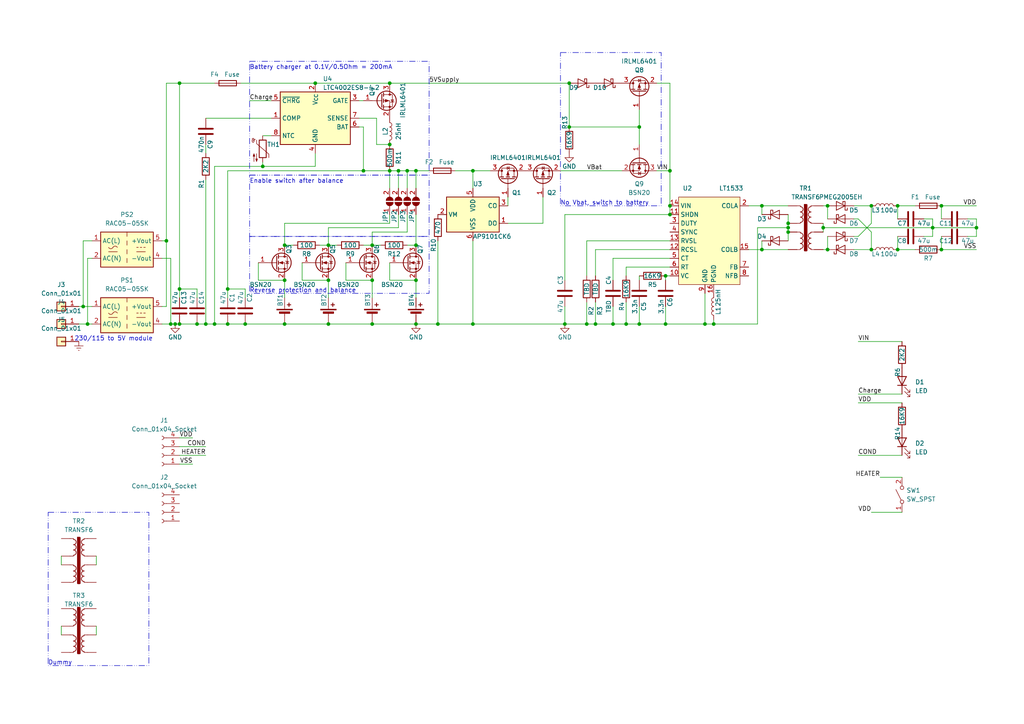
<source format=kicad_sch>
(kicad_sch (version 20230121) (generator eeschema)
  (paper "A4")
  (lib_symbols
    (symbol "Battery_Management:AP9101CK6"
      (property "Reference" "U" (at -7.62 6.35 0))
      (property "Value" "AP9101CK6" (at 7.62 6.35 0))
      (symbol "AP9101CK6_1_1"
        (pin output line (at 10.16 -2.54 180) (length 2.54) (name "DO") (number "1"))
        (pin passive line (at -10.16 0 0) (length 2.54) (name "VM") (number "2"))
        (pin output line (at 10.16 2.54 180) (length 2.54) (name "CO") (number "3"))
        (pin no_connect line (at -7.62 -2.54 0) (length 2.54) hide (name "NC") (number "4"))
        (pin power_in line (at 0 7.62 270) (length 2.54) (name "VDD") (number "5"))
        (pin power_in line (at 0 -7.62 90) (length 2.54) (name "VSS") (number "6"))
      )
    )
    (symbol "Battery_Management:LTC4002ES8-4.2"
      (property "Reference" "U" (at -10.16 8.89 0))
      (property "Value" "LTC4002ES8-4.2" (at 1.27 8.89 0))
      (symbol "LTC4002ES8-4.2_1_1"
        (pin input line (at -12.7 0 0) (length 2.54) (name "COMP") (number "1"))
        (pin power_in line (at 0 10.16 270) (length 2.54) (name "V_{CC}") (number "2"))
        (pin output line (at 12.7 5.08 180) (length 2.54) (name "GATE") (number "3"))
        (pin power_in line (at 0 -10.16 90) (length 2.54) (name "GND") (number "4"))
        (pin open_collector line (at -12.7 5.08 0) (length 2.54) (name "~{CHRG}") (number "5"))
        (pin input line (at 12.7 -2.54 180) (length 2.54) (name "BAT") (number "6"))
        (pin input line (at 12.7 0 180) (length 2.54) (name "SENSE") (number "7"))
        (pin input line (at -12.7 -5.08 0) (length 2.54) (name "NTC") (number "8"))
      )
    )
    (symbol "Connector:Conn_01x04_Socket" (pin_names (offset 1.016) hide)
      (property "Reference" "J" (at 0 5.08 0))
      (property "Value" "Conn_01x04_Socket" (at 0 -7.62 0))
      (symbol "Conn_01x04_Socket_1_1"
        (pin passive line (at -5.08 2.54 0) (length 3.81) (name "Pin_1") (number "1"))
        (pin passive line (at -5.08 0 0) (length 3.81) (name "Pin_2") (number "2"))
        (pin passive line (at -5.08 -2.54 0) (length 3.81) (name "Pin_3") (number "3"))
        (pin passive line (at -5.08 -5.08 0) (length 3.81) (name "Pin_4") (number "4"))
      )
    )
    (symbol "Connector_Generic:Conn_01x01" (pin_names (offset 1.016) hide)
      (property "Reference" "J" (at 0 2.54 0))
      (property "Value" "Conn_01x01" (at 0 -2.54 0))
      (symbol "Conn_01x01_1_1"
        (pin passive line (at -5.08 0 0) (length 3.81) (name "Pin_1") (number "1"))
      )
    )
    (symbol "Converter_ACDC:RAC05-05SK"
      (property "Reference" "PS" (at 0 6.35 0))
      (property "Value" "RAC05-05SK" (at 0 -6.35 0))
      (symbol "RAC05-05SK_1_1"
        (pin power_in line (at -10.16 2.54 0) (length 2.54) (name "AC(L)") (number "1"))
        (pin power_in line (at -10.16 -2.54 0) (length 2.54) (name "AC(N)") (number "2"))
        (pin no_connect line (at 7.62 0 180) (length 2.54) hide (name "NC") (number "3"))
        (pin power_out line (at 10.16 -2.54 180) (length 2.54) (name "-Vout") (number "4"))
        (pin power_out line (at 10.16 2.54 180) (length 2.54) (name "+Vout") (number "5"))
      )
    )
    (symbol "CustomSymbols:LT1533"
      (property "Reference" "U3" (at 2.54 20.32 0))
      (property "Value" "~" (at 15.24 20.32 0))
      (symbol "LT1533_1_1"
        (pin input line (at -2.54 -5.08 0) (length 2.54) (name "VC") (number "10"))
        (pin input line (at -2.54 12.7 0) (length 2.54) (name "SHDN") (number "11"))
        (pin input line (at -2.54 2.54 0) (length 2.54) (name "RCSL") (number "12"))
        (pin input line (at -2.54 5.08 0) (length 2.54) (name "RVSL") (number "13"))
        (pin input line (at -2.54 15.24 0) (length 2.54) (name "VIN") (number "14"))
        (pin input line (at 20.32 2.54 180) (length 2.54) (name "COLB") (number "15"))
        (pin input line (at 10.16 -10.16 90) (length 2.54) (name "PGND") (number "16"))
        (pin input line (at 20.32 15.24 180) (length 2.54) (name "COLA") (number "2"))
        (pin input line (at -2.54 10.16 0) (length 2.54) (name "DUTY") (number "3"))
        (pin input line (at -2.54 7.62 0) (length 2.54) (name "SYNC") (number "4"))
        (pin input line (at -2.54 0 0) (length 2.54) (name "CT") (number "5"))
        (pin input line (at -2.54 -2.54 0) (length 2.54) (name "RT") (number "6"))
        (pin input line (at 20.32 -2.54 180) (length 2.54) (name "FB") (number "7"))
        (pin input line (at 20.32 -5.08 180) (length 2.54) (name "NFB") (number "8"))
        (pin input line (at 7.62 -10.16 90) (length 2.54) (name "GND") (number "9"))
      )
    )
    (symbol "Device:Battery_Cell" (pin_numbers hide) (pin_names (offset 0) hide)
      (property "Reference" "BT" (at 2.54 2.54 0))
      (property "Value" "Battery_Cell" (at 2.54 0 0))
      (symbol "Battery_Cell_1_1"
        (pin passive line (at 0 5.08 270) (length 2.54) (name "+") (number "1"))
        (pin passive line (at 0 -2.54 90) (length 2.54) (name "-") (number "2"))
      )
    )
    (symbol "Device:C" (pin_numbers hide) (pin_names (offset 0.254))
      (property "Reference" "C" (at 0.635 2.54 0))
      (property "Value" "C" (at 0.635 -2.54 0))
      (symbol "C_1_1"
        (pin passive line (at 0 3.81 270) (length 2.794) (name "~") (number "1"))
        (pin passive line (at 0 -3.81 90) (length 2.794) (name "~") (number "2"))
      )
    )
    (symbol "Device:Fuse" (pin_numbers hide) (pin_names (offset 0))
      (property "Reference" "F" (at 2.032 0 90))
      (property "Value" "Fuse" (at -1.905 0 90))
      (symbol "Fuse_1_1"
        (pin passive line (at 0 3.81 270) (length 1.27) (name "~") (number "1"))
        (pin passive line (at 0 -3.81 90) (length 1.27) (name "~") (number "2"))
      )
    )
    (symbol "Device:L" (pin_numbers hide) (pin_names (offset 1.016) hide)
      (property "Reference" "L" (at -1.27 0 90))
      (property "Value" "L" (at 1.905 0 90))
      (symbol "L_1_1"
        (pin passive line (at 0 3.81 270) (length 1.27) (name "1") (number "1"))
        (pin passive line (at 0 -3.81 90) (length 1.27) (name "2") (number "2"))
      )
    )
    (symbol "Device:LED" (pin_numbers hide) (pin_names (offset 1.016) hide)
      (property "Reference" "D" (at 0 2.54 0))
      (property "Value" "LED" (at 0 -2.54 0))
      (symbol "LED_1_1"
        (pin passive line (at -3.81 0 0) (length 2.54) (name "K") (number "1"))
        (pin passive line (at 3.81 0 180) (length 2.54) (name "A") (number "2"))
      )
    )
    (symbol "Device:R" (pin_numbers hide) (pin_names (offset 0))
      (property "Reference" "R" (at 2.032 0 90))
      (property "Value" "R" (at 0 0 90))
      (symbol "R_1_1"
        (pin passive line (at 0 3.81 270) (length 1.27) (name "~") (number "1"))
        (pin passive line (at 0 -3.81 90) (length 1.27) (name "~") (number "2"))
      )
    )
    (symbol "Device:Thermistor_NTC" (pin_numbers hide) (pin_names (offset 0))
      (property "Reference" "TH" (at -4.445 0 90))
      (property "Value" "Thermistor_NTC" (at 3.175 0 90))
      (symbol "Thermistor_NTC_1_1"
        (pin passive line (at 0 3.81 270) (length 1.27) (name "~") (number "1"))
        (pin passive line (at 0 -3.81 90) (length 1.27) (name "~") (number "2"))
      )
    )
    (symbol "Diode:PMEG2005EH" (pin_numbers hide) (pin_names hide)
      (property "Reference" "D" (at 0 2.54 0))
      (property "Value" "PMEG2005EH" (at 0 -2.54 0))
      (symbol "PMEG2005EH_1_1"
        (pin passive line (at -3.81 0 0) (length 2.54) (name "K") (number "1"))
        (pin passive line (at 3.81 0 180) (length 2.54) (name "A") (number "2"))
      )
    )
    (symbol "Jumper:SolderJumper_2_Open" (pin_names (offset 0) hide)
      (property "Reference" "JP" (at 0 2.032 0))
      (property "Value" "SolderJumper_2_Open" (at 0 -2.54 0))
      (symbol "SolderJumper_2_Open_1_1"
        (pin passive line (at -3.81 0 0) (length 2.54) (name "A") (number "1"))
        (pin passive line (at 3.81 0 180) (length 2.54) (name "B") (number "2"))
      )
    )
    (symbol "Switch:SW_SPST" (pin_names (offset 0) hide)
      (property "Reference" "SW" (at 0 3.175 0))
      (property "Value" "SW_SPST" (at 0 -2.54 0))
      (symbol "SW_SPST_1_1"
        (pin passive line (at -5.08 0 0) (length 2.54) (name "A") (number "1"))
        (pin passive line (at 5.08 0 180) (length 2.54) (name "B") (number "2"))
      )
    )
    (symbol "Transformer:TRANSF6" (pin_numbers hide) (pin_names (offset 0))
      (property "Reference" "TR" (at 0 10.16 0))
      (property "Value" "TRANSF6" (at 0 -7.62 0))
      (symbol "TRANSF6_1_1"
        (pin passive line (at -5.08 7.62 0) (length 2.54) (name "~") (number "1"))
        (pin passive line (at -5.08 2.54 0) (length 2.54) (name "~") (number "2"))
        (pin passive line (at -5.08 0 0) (length 2.54) (name "~") (number "3"))
        (pin passive line (at -5.08 -5.08 0) (length 2.54) (name "~") (number "4"))
        (pin passive line (at 5.08 -5.08 180) (length 2.54) (name "~") (number "5"))
        (pin passive line (at 5.08 0 180) (length 2.54) (name "~") (number "6"))
        (pin passive line (at 5.08 2.54 180) (length 2.54) (name "~") (number "7"))
        (pin passive line (at 5.08 7.62 180) (length 2.54) (name "~") (number "8"))
      )
    )
    (symbol "Transistor_FET:BSN20" (pin_names hide)
      (property "Reference" "Q" (at 5.08 1.905 0))
      (property "Value" "BSN20" (at 5.08 0 0))
      (symbol "BSN20_1_1"
        (pin input line (at -5.08 0 0) (length 2.54) (name "G") (number "1"))
        (pin passive line (at 2.54 -5.08 90) (length 2.54) (name "S") (number "2"))
        (pin passive line (at 2.54 5.08 270) (length 2.54) (name "D") (number "3"))
      )
    )
    (symbol "Transistor_FET:IRLML6401" (pin_names hide)
      (property "Reference" "Q" (at 5.08 1.905 0))
      (property "Value" "IRLML6401" (at 5.08 0 0))
      (symbol "IRLML6401_1_1"
        (pin input line (at -5.08 0 0) (length 2.54) (name "G") (number "1"))
        (pin passive line (at 2.54 -5.08 90) (length 2.54) (name "S") (number "2"))
        (pin passive line (at 2.54 5.08 270) (length 2.54) (name "D") (number "3"))
      )
    )
    (symbol "power:Earth" (power) (pin_names (offset 0))
      (symbol "Earth_1_1"
        (pin power_in line (at 0 0 270) (length 0) hide (name "Earth") (number "1"))
      )
    )
    (symbol "power:GND" (power) (pin_names (offset 0))
      (property "Value" "GND" (at 0 -3.81 0))
      (symbol "GND_1_1"
        (pin power_in line (at 0 0 270) (length 0) hide (name "GND") (number "1"))
      )
    )
  )
  (junction (at 260.35 59.69))
  (junction (at 52.07 24.13))
  (junction (at 115.57 49.53))
  (junction (at 120.65 93.98))
  (junction (at 82.55 81.28))
  (junction (at 238.76 66.04))
  (junction (at 220.98 72.39))
  (junction (at 204.47 93.98))
  (junction (at 163.83 93.98))
  (junction (at 113.03 41.91))
  (junction (at 52.07 83.82))
  (junction (at 66.04 83.82))
  (junction (at 194.31 62.23))
  (junction (at 107.95 93.98))
  (junction (at 66.04 93.98))
  (junction (at 170.18 93.98))
  (junction (at 185.42 93.98))
  (junction (at 105.41 49.53))
  (junction (at 120.65 49.53))
  (junction (at 252.73 59.69))
  (junction (at 283.21 66.04))
  (junction (at 252.73 72.39))
  (junction (at 50.8 93.98))
  (junction (at 25.4 93.98))
  (junction (at 194.31 49.53))
  (junction (at 127 93.98))
  (junction (at 24.13 88.9))
  (junction (at 120.65 71.12))
  (junction (at 228.6 66.04))
  (junction (at 194.31 59.69))
  (junction (at 95.25 81.28))
  (junction (at 260.35 72.39))
  (junction (at 228.6 67.31))
  (junction (at 91.44 24.13))
  (junction (at 113.03 24.13))
  (junction (at 71.12 93.98))
  (junction (at 49.53 93.98))
  (junction (at 240.03 59.69))
  (junction (at 95.25 93.98))
  (junction (at 76.2 48.26))
  (junction (at 82.55 71.12))
  (junction (at 48.26 69.85))
  (junction (at 59.69 93.98))
  (junction (at 113.03 49.53))
  (junction (at 57.15 93.98))
  (junction (at 82.55 93.98))
  (junction (at 273.05 59.69))
  (junction (at 270.51 66.04))
  (junction (at 165.1 36.83))
  (junction (at 118.11 49.53))
  (junction (at 181.61 93.98))
  (junction (at 52.07 93.98))
  (junction (at 107.95 71.12))
  (junction (at 165.1 24.13))
  (junction (at 95.25 71.12))
  (junction (at 193.04 93.98))
  (junction (at 240.03 72.39))
  (junction (at 120.65 81.28))
  (junction (at 193.04 80.01))
  (junction (at 228.6 64.77))
  (junction (at 107.95 81.28))
  (junction (at 62.23 93.98))
  (junction (at 177.8 93.98))
  (junction (at 273.05 72.39))
  (junction (at 185.42 36.83))
  (junction (at 172.72 93.98))
  (junction (at 220.98 59.69))
  (junction (at 137.16 49.53))
  (junction (at 137.16 93.98))
  (junction (at 207.01 93.98))
  (wire (pts (xy 25.4 93.98) (xy 26.67 93.98)))
  (wire (pts (xy 76.2 48.26) (xy 91.44 48.26)))
  (wire (pts (xy 74.93 76.2) (xy 74.93 81.28)))
  (wire (pts (xy 110.49 71.12) (xy 107.95 71.12)))
  (wire (pts (xy 91.44 24.13) (xy 113.03 24.13)))
  (wire (pts (xy 104.14 34.29) (xy 109.22 34.29)))
  (wire (pts (xy 69.85 24.13) (xy 91.44 24.13)))
  (wire (pts (xy 66.04 83.82) (xy 71.12 83.82)))
  (wire (pts (xy 113.03 76.2) (xy 113.03 81.28)))
  (wire (pts (xy 105.41 71.12) (xy 107.95 71.12)))
  (wire (pts (xy 59.69 44.45) (xy 59.69 41.91)))
  (wire (pts (xy 177.8 74.93) (xy 194.31 74.93)))
  (wire (pts (xy 157.48 64.77) (xy 147.32 64.77)))
  (wire (pts (xy 46.99 88.9) (xy 48.26 88.9)))
  (wire (pts (xy 95.25 81.28) (xy 95.25 86.36)))
  (wire (pts (xy 261.62 138.43) (xy 255.27 138.43)))
  (wire (pts (xy 137.16 49.53) (xy 132.08 49.53)))
  (wire (pts (xy 172.72 72.39) (xy 194.31 72.39)))
  (wire (pts (xy 240.03 59.69) (xy 240.03 63.5)))
  (wire (pts (xy 240.03 72.39) (xy 238.76 72.39)))
  (wire (pts (xy 115.57 62.23) (xy 115.57 66.04)))
  (wire (pts (xy 27.94 161.29) (xy 27.94 163.83)))
  (wire (pts (xy 185.42 88.9) (xy 185.42 93.98)))
  (wire (pts (xy 105.41 49.53) (xy 113.03 49.53)))
  (wire (pts (xy 283.21 63.5) (xy 283.21 66.04)))
  (wire (pts (xy 66.04 83.82) (xy 66.04 86.36)))
  (wire (pts (xy 270.51 63.5) (xy 267.97 63.5)))
  (wire (pts (xy 247.65 68.58) (xy 248.92 68.58)))
  (wire (pts (xy 92.71 71.12) (xy 95.25 71.12)))
  (wire (pts (xy 105.41 36.83) (xy 104.14 36.83)))
  (wire (pts (xy 238.76 66.04) (xy 238.76 67.31)))
  (wire (pts (xy 238.76 66.04) (xy 270.51 66.04)))
  (wire (pts (xy 118.11 62.23) (xy 118.11 67.31)))
  (wire (pts (xy 181.61 87.63) (xy 181.61 93.98)))
  (wire (pts (xy 120.65 93.98) (xy 127 93.98)))
  (wire (pts (xy 113.03 24.13) (xy 165.1 24.13)))
  (wire (pts (xy 22.86 93.98) (xy 25.4 93.98)))
  (wire (pts (xy 147.32 59.69) (xy 147.32 57.15)))
  (wire (pts (xy 55.88 127) (xy 52.07 127)))
  (wire (pts (xy 204.47 85.09) (xy 204.47 93.98)))
  (wire (pts (xy 113.03 49.53) (xy 115.57 49.53)))
  (wire (pts (xy 72.39 29.21) (xy 78.74 29.21)))
  (wire (pts (xy 247.65 72.39) (xy 252.73 72.39)))
  (wire (pts (xy 71.12 93.98) (xy 82.55 93.98)))
  (wire (pts (xy 217.17 72.39) (xy 220.98 72.39)))
  (wire (pts (xy 107.95 93.98) (xy 120.65 93.98)))
  (wire (pts (xy 48.26 69.85) (xy 46.99 69.85)))
  (wire (pts (xy 57.15 93.98) (xy 59.69 93.98)))
  (wire (pts (xy 49.53 74.93) (xy 49.53 93.98)))
  (wire (pts (xy 247.65 63.5) (xy 248.92 63.5)))
  (wire (pts (xy 100.33 76.2) (xy 100.33 81.28)))
  (wire (pts (xy 109.22 34.29) (xy 109.22 41.91)))
  (wire (pts (xy 66.04 49.53) (xy 66.04 83.82)))
  (wire (pts (xy 115.57 49.53) (xy 115.57 54.61)))
  (wire (pts (xy 185.42 93.98) (xy 193.04 93.98)))
  (wire (pts (xy 265.43 59.69) (xy 260.35 59.69)))
  (wire (pts (xy 185.42 81.28) (xy 185.42 80.01)))
  (wire (pts (xy 59.69 34.29) (xy 78.74 34.29)))
  (wire (pts (xy 170.18 87.63) (xy 170.18 93.98)))
  (wire (pts (xy 185.42 31.75) (xy 185.42 36.83)))
  (wire (pts (xy 120.65 62.23) (xy 120.65 71.12)))
  (wire (pts (xy 181.61 77.47) (xy 181.61 80.01)))
  (wire (pts (xy 248.92 114.3) (xy 261.62 114.3)))
  (wire (pts (xy 248.92 132.08) (xy 261.62 132.08)))
  (wire (pts (xy 120.65 81.28) (xy 120.65 86.36)))
  (wire (pts (xy 24.13 88.9) (xy 26.67 88.9)))
  (wire (pts (xy 76.2 39.37) (xy 78.74 39.37)))
  (wire (pts (xy 163.83 62.23) (xy 194.31 62.23)))
  (wire (pts (xy 22.86 88.9) (xy 24.13 88.9)))
  (wire (pts (xy 228.6 64.77) (xy 228.6 66.04)))
  (wire (pts (xy 170.18 69.85) (xy 194.31 69.85)))
  (wire (pts (xy 85.09 71.12) (xy 82.55 71.12)))
  (wire (pts (xy 95.25 93.98) (xy 107.95 93.98)))
  (wire (pts (xy 283.21 66.04) (xy 283.21 68.58)))
  (wire (pts (xy 172.72 93.98) (xy 177.8 93.98)))
  (wire (pts (xy 228.6 66.04) (xy 228.6 67.31)))
  (wire (pts (xy 248.92 99.06) (xy 261.62 99.06)))
  (wire (pts (xy 207.01 92.71) (xy 207.01 93.98)))
  (wire (pts (xy 59.69 129.54) (xy 52.07 129.54)))
  (wire (pts (xy 113.03 62.23) (xy 113.03 64.77)))
  (wire (pts (xy 76.2 46.99) (xy 76.2 48.26)))
  (wire (pts (xy 194.31 24.13) (xy 194.31 49.53)))
  (wire (pts (xy 260.35 72.39) (xy 265.43 72.39)))
  (wire (pts (xy 217.17 59.69) (xy 220.98 59.69)))
  (wire (pts (xy 127 93.98) (xy 137.16 93.98)))
  (wire (pts (xy 194.31 49.53) (xy 194.31 59.69)))
  (wire (pts (xy 52.07 83.82) (xy 52.07 24.13)))
  (wire (pts (xy 163.83 93.98) (xy 170.18 93.98)))
  (wire (pts (xy 62.23 93.98) (xy 66.04 93.98)))
  (wire (pts (xy 46.99 93.98) (xy 49.53 93.98)))
  (wire (pts (xy 137.16 69.85) (xy 137.16 93.98)))
  (wire (pts (xy 59.69 52.07) (xy 59.69 93.98)))
  (wire (pts (xy 74.93 81.28) (xy 82.55 81.28)))
  (wire (pts (xy 194.31 62.23) (xy 194.31 59.69)))
  (wire (pts (xy 24.13 69.85) (xy 26.67 69.85)))
  (wire (pts (xy 107.95 67.31) (xy 107.95 71.12)))
  (wire (pts (xy 82.55 93.98) (xy 95.25 93.98)))
  (wire (pts (xy 252.73 67.31) (xy 252.73 72.39)))
  (wire (pts (xy 71.12 83.82) (xy 71.12 86.36)))
  (wire (pts (xy 49.53 93.98) (xy 50.8 93.98)))
  (wire (pts (xy 170.18 69.85) (xy 170.18 80.01)))
  (wire (pts (xy 252.73 59.69) (xy 252.73 64.77)))
  (wire (pts (xy 228.6 69.85) (xy 228.6 67.31)))
  (wire (pts (xy 157.48 57.15) (xy 157.48 64.77)))
  (wire (pts (xy 120.65 49.53) (xy 120.65 54.61)))
  (wire (pts (xy 59.69 93.98) (xy 62.23 93.98)))
  (wire (pts (xy 137.16 49.53) (xy 142.24 49.53)))
  (wire (pts (xy 48.26 24.13) (xy 52.07 24.13)))
  (wire (pts (xy 185.42 36.83) (xy 185.42 41.91)))
  (wire (pts (xy 273.05 68.58) (xy 273.05 72.39)))
  (wire (pts (xy 52.07 93.98) (xy 50.8 93.98)))
  (wire (pts (xy 137.16 49.53) (xy 137.16 54.61)))
  (wire (pts (xy 91.44 44.45) (xy 91.44 48.26)))
  (wire (pts (xy 194.31 24.13) (xy 190.5 24.13)))
  (wire (pts (xy 163.83 88.9) (xy 163.83 93.98)))
  (wire (pts (xy 193.04 93.98) (xy 204.47 93.98)))
  (wire (pts (xy 260.35 68.58) (xy 260.35 72.39)))
  (wire (pts (xy 66.04 93.98) (xy 71.12 93.98)))
  (wire (pts (xy 120.65 49.53) (xy 124.46 49.53)))
  (wire (pts (xy 220.98 72.39) (xy 228.6 72.39)))
  (wire (pts (xy 82.55 64.77) (xy 82.55 71.12)))
  (wire (pts (xy 172.72 72.39) (xy 172.72 80.01)))
  (wire (pts (xy 248.92 68.58) (xy 252.73 64.77)))
  (wire (pts (xy 118.11 71.12) (xy 120.65 71.12)))
  (wire (pts (xy 170.18 93.98) (xy 172.72 93.98)))
  (wire (pts (xy 162.56 49.53) (xy 180.34 49.53)))
  (wire (pts (xy 228.6 66.04) (xy 219.71 66.04)))
  (wire (pts (xy 52.07 83.82) (xy 57.15 83.82)))
  (wire (pts (xy 181.61 93.98) (xy 185.42 93.98)))
  (wire (pts (xy 17.78 161.29) (xy 17.78 163.83)))
  (wire (pts (xy 270.51 66.04) (xy 270.51 68.58)))
  (wire (pts (xy 181.61 77.47) (xy 194.31 77.47)))
  (wire (pts (xy 104.14 29.21) (xy 105.41 29.21)))
  (wire (pts (xy 163.83 62.23) (xy 163.83 81.28)))
  (wire (pts (xy 57.15 83.82) (xy 57.15 86.36)))
  (wire (pts (xy 177.8 93.98) (xy 181.61 93.98)))
  (wire (pts (xy 27.94 181.61) (xy 27.94 184.15)))
  (wire (pts (xy 62.23 48.26) (xy 62.23 93.98)))
  (wire (pts (xy 95.25 66.04) (xy 95.25 71.12)))
  (wire (pts (xy 270.51 63.5) (xy 270.51 66.04)))
  (wire (pts (xy 113.03 49.53) (xy 113.03 54.61)))
  (wire (pts (xy 240.03 68.58) (xy 240.03 72.39)))
  (wire (pts (xy 220.98 59.69) (xy 228.6 59.69)))
  (wire (pts (xy 113.03 41.91) (xy 109.22 41.91)))
  (wire (pts (xy 248.92 63.5) (xy 252.73 67.31)))
  (wire (pts (xy 283.21 63.5) (xy 280.67 63.5)))
  (wire (pts (xy 100.33 81.28) (xy 107.95 81.28)))
  (wire (pts (xy 193.04 80.01) (xy 194.31 80.01)))
  (wire (pts (xy 118.11 49.53) (xy 118.11 54.61)))
  (wire (pts (xy 273.05 59.69) (xy 283.21 59.69)))
  (wire (pts (xy 238.76 64.77) (xy 238.76 66.04)))
  (wire (pts (xy 260.35 59.69) (xy 260.35 63.5)))
  (wire (pts (xy 228.6 62.23) (xy 228.6 64.77)))
  (wire (pts (xy 248.92 116.84) (xy 261.62 116.84)))
  (wire (pts (xy 273.05 72.39) (xy 283.21 72.39)))
  (wire (pts (xy 107.95 67.31) (xy 118.11 67.31)))
  (wire (pts (xy 118.11 49.53) (xy 120.65 49.53)))
  (wire (pts (xy 240.03 59.69) (xy 238.76 59.69)))
  (wire (pts (xy 95.25 66.04) (xy 115.57 66.04)))
  (wire (pts (xy 46.99 74.93) (xy 49.53 74.93)))
  (wire (pts (xy 59.69 132.08) (xy 52.07 132.08)))
  (wire (pts (xy 177.8 88.9) (xy 177.8 93.98)))
  (wire (pts (xy 273.05 59.69) (xy 273.05 63.5)))
  (wire (pts (xy 55.88 134.62) (xy 52.07 134.62)))
  (wire (pts (xy 66.04 49.53) (xy 105.41 49.53)))
  (wire (pts (xy 165.1 24.13) (xy 165.1 36.83)))
  (wire (pts (xy 252.73 148.59) (xy 261.62 148.59)))
  (wire (pts (xy 62.23 48.26) (xy 76.2 48.26)))
  (wire (pts (xy 270.51 68.58) (xy 267.97 68.58)))
  (wire (pts (xy 17.78 181.61) (xy 17.78 184.15)))
  (wire (pts (xy 137.16 93.98) (xy 163.83 93.98)))
  (wire (pts (xy 177.8 74.93) (xy 177.8 81.28)))
  (wire (pts (xy 207.01 93.98) (xy 219.71 93.98)))
  (wire (pts (xy 48.26 24.13) (xy 48.26 69.85)))
  (wire (pts (xy 220.98 69.85) (xy 220.98 72.39)))
  (wire (pts (xy 190.5 49.53) (xy 194.31 49.53)))
  (wire (pts (xy 25.4 74.93) (xy 25.4 93.98)))
  (wire (pts (xy 52.07 83.82) (xy 52.07 86.36)))
  (wire (pts (xy 25.4 74.93) (xy 26.67 74.93)))
  (wire (pts (xy 107.95 81.28) (xy 107.95 86.36)))
  (wire (pts (xy 172.72 87.63) (xy 172.72 93.98)))
  (wire (pts (xy 48.26 69.85) (xy 48.26 88.9)))
  (wire (pts (xy 105.41 36.83) (xy 105.41 49.53)))
  (wire (pts (xy 24.13 69.85) (xy 24.13 88.9)))
  (wire (pts (xy 193.04 88.9) (xy 193.04 93.98)))
  (wire (pts (xy 283.21 68.58) (xy 280.67 68.58)))
  (wire (pts (xy 87.63 76.2) (xy 87.63 81.28)))
  (wire (pts (xy 220.98 59.69) (xy 220.98 62.23)))
  (wire (pts (xy 127 69.85) (xy 127 93.98)))
  (wire (pts (xy 165.1 36.83) (xy 185.42 36.83)))
  (wire (pts (xy 82.55 81.28) (xy 82.55 86.36)))
  (wire (pts (xy 87.63 81.28) (xy 95.25 81.28)))
  (wire (pts (xy 270.51 66.04) (xy 283.21 66.04)))
  (wire (pts (xy 52.07 93.98) (xy 57.15 93.98)))
  (wire (pts (xy 52.07 24.13) (xy 62.23 24.13)))
  (wire (pts (xy 219.71 66.04) (xy 219.71 93.98)))
  (wire (pts (xy 204.47 93.98) (xy 207.01 93.98)))
  (wire (pts (xy 115.57 49.53) (xy 118.11 49.53)))
  (wire (pts (xy 193.04 81.28) (xy 193.04 80.01)))
  (wire (pts (xy 82.55 64.77) (xy 113.03 64.77)))
  (wire (pts (xy 113.03 81.28) (xy 120.65 81.28)))
  (wire (pts (xy 247.65 59.69) (xy 252.73 59.69)))
  (wire (pts (xy 97.79 71.12) (xy 95.25 71.12)))
  (rectangle (start 13.97 148.59) (end 43.18 193.04) (stroke (width 0) (type dash_dot_dot)))
  (rectangle (start 72.39 17.78) (end 124.46 50.8) (stroke (width 0) (type dash_dot_dot)))
  (rectangle (start 162.56 15.24) (end 191.77 59.69) (stroke (width 0) (type dash_dot_dot)))
  (rectangle (start 72.39 50.8) (end 124.46 68.58) (stroke (width 0) (type dash_dot_dot)))
  (rectangle (start 72.39 68.58) (end 124.46 85.09) (stroke (width 0) (type dash_dot_dot)))
  (text "230/115 to 5V module" (at 21.59 99.06 0) (effects (font (size 1.27 1.27)) (justify left bottom)))
  (text "No Vbat, switch to battery" (at 162.56 59.69 0) (effects (font (size 1.27 1.27)) (justify left bottom)))
  (text "Battery charger at 0.1V/0.5Ohm = 200mA" (at 72.39 20.32 0) (effects (font (size 1.27 1.27)) (justify left bottom)))
  (text "Enable switch after balance" (at 72.39 53.34 0) (effects (font (size 1.27 1.27)) (justify left bottom)))
  (text "Dummy" (at 13.97 193.04 0) (effects (font (size 1.27 1.27)) (justify left bottom)))
  (text "Reverse protection and balance" (at 72.39 85.09 0) (effects (font (size 1.27 1.27)) (justify left bottom)))
  (label "5VSupply" (at 124.46 24.13 0))
  (label "HEATER" (at 255.27 138.43 180))
  (label "VBat" (at 170.18 49.53 0))
  (label "HEATER" (at 59.69 132.08 180))
  (label "VIN" (at 190.5 49.53 0))
  (label "COND" (at 248.92 132.08 0))
  (label "COND" (at 59.69 129.54 180))
  (label "VSS" (at 283.21 72.39 180))
  (label "VIN" (at 248.92 99.06 0))
  (label "Charge" (at 248.92 114.3 0))
  (label "Charge" (at 72.39 29.21 0))
  (label "VDD" (at 252.73 148.59 180))
  (label "VSS" (at 55.88 134.62 180))
  (label "VDD" (at 283.21 59.69 180))
  (label "VDD" (at 55.88 127 180))
  (label "VDD" (at 248.92 116.84 0))
  (symbol (lib_id "Device:C") (at 71.12 90.17 180) (unit 1)
    (property "Reference" "C2" (at 72.39 86.36 90))
    (property "Value" "47u" (at 69.85 86.36 90))
    (property "Footprint" "Capacitor_SMD:C_0805_2012Metric" (effects hide))
  )
  (symbol (lib_id "Connector:Conn_01x04_Socket") (at 46.99 132.08 180) (unit 1)
    (property "Reference" "J1" (at 47.625 121.92 0))
    (property "Value" "Conn_01x04_Socket" (at 47.625 124.46 0))
    (property "Footprint" "Connector_PinSocket_2.54mm:PinSocket_1x04_P2.54mm_Vertical" (effects hide))
  )
  (symbol (lib_id "Device:C") (at 264.16 68.58 270) (unit 1)
    (property "Reference" "C8" (at 261.62 69.85 90))
    (property "Value" "47u" (at 267.97 69.85 90))
    (property "Footprint" "Capacitor_SMD:C_0805_2012Metric" (effects hide))
  )
  (symbol (lib_id "Device:R") (at 127 66.04 0) (mirror y) (unit 1)
    (property "Reference" "R10" (at 125.73 71.12 90))
    (property "Value" "470" (at 127 66.04 90))
    (property "Footprint" "Fuse:Fuse_0805_2012Metric" (effects hide))
  )
  (symbol (lib_id "Transistor_FET:BSN20") (at 105.41 76.2 0) (unit 1)
    (property "Reference" "Q6" (at 109.22 73.66 90) (effects (justify left)))
    (property "Value" "BSN20" (at 97.79 82.55 0) (effects (justify left)))
    (property "Footprint" "Package_TO_SOT_SMD:SOT-23" (effects hide))
    (property "Datasheet" "http://www.diodes.com/assets/Datasheets/ds31898.pdf" (effects hide))
  )
  (symbol (lib_id "Device:LED") (at 261.62 128.27 90) (unit 1)
    (property "Reference" "D2" (at 265.43 128.5875 90) (effects (justify right)))
    (property "Value" "LED" (at 265.43 131.1275 90) (effects (justify right)))
    (property "Footprint" "LED_SMD:LED_1206_3216Metric" (effects hide))
  )
  (symbol (lib_id "Device:R") (at 101.6 71.12 270) (unit 1)
    (property "Reference" "R9" (at 101.6 73.66 90))
    (property "Value" "100" (at 101.6 71.12 90))
    (property "Footprint" "Fuse:Fuse_0805_2012Metric" (effects hide))
  )
  (symbol (lib_id "power:GND") (at 165.1 44.45 0) (unit 1)
    (property "Reference" "#PWR05" (effects hide))
    (property "Value" "GND" (at 165.1 48.26 0))
  )
  (symbol (lib_id "Connector_Generic:Conn_01x01") (at 17.78 99.06 180) (unit 1)
    (property "Reference" "J5" (at 17.78 92.71 0))
    (property "Value" "Conn_01x01" (at 17.78 95.25 0))
    (property "Footprint" "Connector_Wire:SolderWire-0.25sqmm_1x01_D0.65mm_OD1.7mm_Relief" (effects hide))
  )
  (symbol (lib_id "Device:L") (at 207.01 88.9 180) (unit 1)
    (property "Reference" "L1" (at 208.28 90.17 90))
    (property "Value" "25nH" (at 208.28 86.36 90))
    (property "Footprint" "Inductor_SMD:L_0805_2012Metric" (effects hide))
  )
  (symbol (lib_id "Device:C") (at 57.15 90.17 180) (unit 1)
    (property "Reference" "C14" (at 58.42 86.36 90))
    (property "Value" "47u" (at 55.88 86.36 90))
    (property "Footprint" "Capacitor_SMD:C_0805_2012Metric" (effects hide))
  )
  (symbol (lib_id "Device:C") (at 59.69 38.1 180) (unit 1)
    (property "Reference" "C9" (at 60.96 41.91 90))
    (property "Value" "470n" (at 58.42 41.91 90))
    (property "Footprint" "Capacitor_SMD:C_0805_2012Metric" (effects hide))
  )
  (symbol (lib_id "Transistor_FET:BSN20") (at 80.01 76.2 0) (unit 1)
    (property "Reference" "Q3" (at 83.82 73.66 90) (effects (justify left)))
    (property "Value" "BSN20" (at 72.39 82.55 0) (effects (justify left)))
    (property "Footprint" "Package_TO_SOT_SMD:SOT-23" (effects hide))
    (property "Datasheet" "http://www.diodes.com/assets/Datasheets/ds31898.pdf" (effects hide))
  )
  (symbol (lib_id "Diode:PMEG2005EH") (at 224.79 62.23 0) (mirror x) (unit 1)
    (property "Reference" "D3" (at 220.98 63.5 0))
    (property "Value" "PMEG2005EH" (effects hide))
    (property "Footprint" "Diode_SMD:D_SOD-123F" (effects hide))
    (property "Datasheet" "https://assets.nexperia.com/documents/data-sheet/PMEGXX05EH_EJ_SER.pdf" (effects hide))
  )
  (symbol (lib_id "Converter_ACDC:RAC05-05SK") (at 36.83 91.44 0) (unit 1)
    (property "Reference" "PS1" (at 36.83 81.28 0))
    (property "Value" "RAC05-05SK" (at 36.83 83.82 0))
    (property "Footprint" "Converter_ACDC:Converter_ACDC_RECOM_RAC05-xxSK_THT" (effects hide))
    (property "Datasheet" "https://www.recom-power.com/pdf/Powerline-AC-DC/RAC05-K.pdf" (effects hide))
  )
  (symbol (lib_id "Device:Thermistor_NTC") (at 76.2 43.18 0) (unit 1)
    (property "Reference" "TH1" (at 77.47 41.91 0) (effects (justify left)))
    (property "Value" "Thermistor_NTC" (effects hide))
    (property "Footprint" "Resistor_SMD:R_1206_3216Metric" (effects hide))
  )
  (symbol (lib_id "CustomSymbols:LT1533") (at 196.85 74.93 0) (unit 1)
    (property "Reference" "U2" (at 199.39 54.61 0))
    (property "Value" "LT1533" (at 212.09 54.61 0))
    (property "Footprint" "Package_SO:SOIC-16_3.9x9.9mm_P1.27mm" (effects hide))
  )
  (symbol (lib_id "Device:R") (at 165.1 40.64 0) (unit 1)
    (property "Reference" "R13" (at 163.83 35.56 90))
    (property "Value" "16K9" (at 165.1 40.64 90))
    (property "Footprint" "Fuse:Fuse_0805_2012Metric" (effects hide))
  )
  (symbol (lib_id "power:GND") (at 50.8 93.98 0) (unit 1)
    (property "Reference" "#PWR01" (effects hide))
    (property "Value" "GND" (at 50.8 97.79 0))
  )
  (symbol (lib_id "Transistor_FET:IRLML6401") (at 185.42 26.67 90) (unit 1)
    (property "Reference" "Q8" (at 185.42 20.32 90))
    (property "Value" "IRLML6401" (at 185.42 17.78 90))
    (property "Footprint" "Package_TO_SOT_SMD:SOT-23" (effects hide))
    (property "Datasheet" "https://www.infineon.com/dgdl/irlml6401pbf.pdf?fileId=5546d462533600a401535668b96d2634" (effects hide))
  )
  (symbol (lib_id "Device:C") (at 185.42 85.09 180) (unit 1)
    (property "Reference" "C5" (at 186.69 88.9 90))
    (property "Value" "3.3n" (at 184.15 88.9 90))
    (property "Footprint" "Capacitor_SMD:C_0805_2012Metric" (effects hide))
  )
  (symbol (lib_id "power:Earth") (at 22.86 99.06 0) (unit 1)
    (property "Reference" "#PWR02" (effects hide))
    (property "Value" "Earth" (effects hide))
  )
  (symbol (lib_id "Device:Battery_Cell") (at 120.65 91.44 0) (unit 1)
    (property "Reference" "BT4" (at 119.38 88.9 90) (effects (justify left)))
    (property "Value" "Battery_Cell" (effects hide))
    (property "Footprint" "Battery:BatteryHolder_MPD_BH-18650-PC2" (effects hide))
  )
  (symbol (lib_id "Connector_Generic:Conn_01x01") (at 17.78 93.98 180) (unit 1)
    (property "Reference" "J4" (at 17.78 87.63 0))
    (property "Value" "Conn_01x01" (at 17.78 90.17 0))
    (property "Footprint" "Connector_Wire:SolderWire-0.25sqmm_1x01_D0.65mm_OD1.7mm_Relief" (effects hide))
  )
  (symbol (lib_id "Device:Battery_Cell") (at 107.95 91.44 0) (unit 1)
    (property "Reference" "BT3" (at 106.68 88.9 90) (effects (justify left)))
    (property "Value" "Battery_Cell" (effects hide))
    (property "Footprint" "Battery:BatteryHolder_MPD_BH-18650-PC2" (effects hide))
  )
  (symbol (lib_id "Device:C") (at 66.04 90.17 180) (unit 1)
    (property "Reference" "C1" (at 67.31 86.36 90))
    (property "Value" "47u" (at 64.77 86.36 90))
    (property "Footprint" "Capacitor_SMD:C_0805_2012Metric" (effects hide))
  )
  (symbol (lib_id "Device:R") (at 59.69 48.26 180) (unit 1)
    (property "Reference" "R1" (at 58.42 53.34 90))
    (property "Value" "2K2" (at 59.69 48.26 90))
    (property "Footprint" "Fuse:Fuse_0805_2012Metric" (effects hide))
  )
  (symbol (lib_id "Device:Fuse") (at 128.27 49.53 90) (unit 1)
    (property "Reference" "F2" (at 124.46 46.99 90))
    (property "Value" "Fuse" (at 129.54 46.99 90))
    (property "Footprint" "Resistor_SMD:R_0805_2012Metric" (effects hide))
  )
  (symbol (lib_id "Connector_Generic:Conn_01x01") (at 17.78 88.9 180) (unit 1)
    (property "Reference" "J3" (at 17.78 82.55 0))
    (property "Value" "Conn_01x01" (at 17.78 85.09 0))
    (property "Footprint" "Connector_Wire:SolderWire-0.25sqmm_1x01_D0.65mm_OD1.7mm_Relief" (effects hide))
  )
  (symbol (lib_id "Device:C") (at 193.04 85.09 180) (unit 1)
    (property "Reference" "C6" (at 194.31 87.63 90))
    (property "Value" "3.3n" (at 191.77 88.9 90))
    (property "Footprint" "Capacitor_SMD:C_0805_2012Metric" (effects hide))
  )
  (symbol (lib_id "Device:R") (at 113.03 45.72 0) (mirror x) (unit 1)
    (property "Reference" "R11" (at 115.57 45.72 90))
    (property "Value" "500m" (at 113.03 45.72 90))
    (property "Footprint" "Fuse:Fuse_0805_2012Metric" (effects hide))
  )
  (symbol (lib_id "Diode:PMEG2005EH") (at 243.84 63.5 0) (mirror x) (unit 1)
    (property "Reference" "D6" (at 247.65 64.77 0))
    (property "Value" "PMEG2005EH" (effects hide))
    (property "Footprint" "Diode_SMD:D_SOD-123F" (effects hide))
    (property "Datasheet" "https://assets.nexperia.com/documents/data-sheet/PMEGXX05EH_EJ_SER.pdf" (effects hide))
  )
  (symbol (lib_id "Diode:PMEG2005EH") (at 224.79 69.85 0) (mirror x) (unit 1)
    (property "Reference" "D4" (at 220.98 68.58 0))
    (property "Value" "PMEG2005EH" (effects hide))
    (property "Footprint" "Diode_SMD:D_SOD-123F" (effects hide))
    (property "Datasheet" "https://assets.nexperia.com/documents/data-sheet/PMEGXX05EH_EJ_SER.pdf" (effects hide))
  )
  (symbol (lib_id "Transistor_FET:BSN20") (at 185.42 46.99 270) (unit 1)
    (property "Reference" "Q9" (at 185.42 53.34 90))
    (property "Value" "BSN20" (at 185.42 55.88 90))
    (property "Footprint" "Package_TO_SOT_SMD:SOT-23" (effects hide))
    (property "Datasheet" "http://www.diodes.com/assets/Datasheets/ds31898.pdf" (effects hide))
  )
  (symbol (lib_id "Device:R") (at 261.62 102.87 180) (unit 1)
    (property "Reference" "R6" (at 260.35 107.95 90))
    (property "Value" "2K2" (at 261.62 102.87 90))
    (property "Footprint" "Fuse:Fuse_0805_2012Metric" (effects hide))
  )
  (symbol (lib_id "Device:LED") (at 261.62 110.49 90) (unit 1)
    (property "Reference" "D1" (at 265.43 110.8075 90) (effects (justify right)))
    (property "Value" "LED" (at 265.43 113.3475 90) (effects (justify right)))
    (property "Footprint" "LED_SMD:LED_1206_3216Metric" (effects hide))
  )
  (symbol (lib_id "Jumper:SolderJumper_2_Open") (at 115.57 58.42 90) (unit 1)
    (property "Reference" "JP2" (at 114.3 60.96 0) (effects (justify right)))
    (property "Value" "SolderJumper_2_Open" (effects hide))
    (property "Footprint" "Jumper:SolderJumper-2_P1.3mm_Open_TrianglePad1.0x1.5mm" (effects hide))
  )
  (symbol (lib_id "Device:C") (at 177.8 85.09 180) (unit 1)
    (property "Reference" "C4" (at 176.53 81.28 90))
    (property "Value" "TBD" (at 176.53 88.9 90))
    (property "Footprint" "Capacitor_SMD:C_0805_2012Metric" (effects hide))
  )
  (symbol (lib_id "Device:Fuse") (at 66.04 24.13 90) (unit 1)
    (property "Reference" "F4" (at 62.23 21.59 90))
    (property "Value" "Fuse" (at 67.31 21.59 90))
    (property "Footprint" "Resistor_SMD:R_0805_2012Metric" (effects hide))
  )
  (symbol (lib_id "Diode:PMEG2005EH") (at 176.53 24.13 180) (unit 1)
    (property "Reference" "D10" (at 173.99 25.4 0))
    (property "Value" "PMEG2005EH" (effects hide))
    (property "Footprint" "Diode_SMD:D_SOD-123F" (effects hide))
    (property "Datasheet" "https://assets.nexperia.com/documents/data-sheet/PMEGXX05EH_EJ_SER.pdf" (effects hide))
  )
  (symbol (lib_id "Switch:SW_SPST") (at 261.62 143.51 90) (unit 1)
    (property "Reference" "SW1" (at 262.89 142.24 90) (effects (justify right)))
    (property "Value" "SW_SPST" (at 262.89 144.78 90) (effects (justify right)))
    (property "Footprint" "Connector_PinSocket_2.54mm:PinSocket_1x02_P2.54mm_Vertical" (effects hide))
  )
  (symbol (lib_id "Device:Battery_Cell") (at 82.55 91.44 0) (unit 1)
    (property "Reference" "BT1" (at 81.28 88.9 90) (effects (justify left)))
    (property "Value" "Battery_Cell" (effects hide))
    (property "Footprint" "Battery:BatteryHolder_MPD_BH-18650-PC2" (effects hide))
  )
  (symbol (lib_id "Diode:PMEG2005EH") (at 243.84 59.69 180) (unit 1)
    (property "Reference" "D5" (at 247.65 60.96 0))
    (property "Value" "PMEG2005EH" (at 243.84 57.15 0))
    (property "Footprint" "Diode_SMD:D_SOD-123F" (effects hide))
    (property "Datasheet" "https://assets.nexperia.com/documents/data-sheet/PMEGXX05EH_EJ_SER.pdf" (effects hide))
  )
  (symbol (lib_id "Device:Fuse") (at 269.24 59.69 90) (unit 1)
    (property "Reference" "F1" (at 265.43 57.15 90))
    (property "Value" "Fuse" (at 270.51 57.15 90))
    (property "Footprint" "Resistor_SMD:R_0805_2012Metric" (effects hide))
  )
  (symbol (lib_id "Device:C") (at 276.86 63.5 270) (unit 1)
    (property "Reference" "C11" (at 274.32 64.77 90))
    (property "Value" "47u" (at 280.67 64.77 90))
    (property "Footprint" "Capacitor_SMD:C_0805_2012Metric" (effects hide))
  )
  (symbol (lib_id "Diode:PMEG2005EH") (at 168.91 24.13 180) (unit 1)
    (property "Reference" "D9" (at 166.37 25.4 0))
    (property "Value" "PMEG2005EH" (effects hide))
    (property "Footprint" "Diode_SMD:D_SOD-123F" (effects hide))
    (property "Datasheet" "https://assets.nexperia.com/documents/data-sheet/PMEGXX05EH_EJ_SER.pdf" (effects hide))
  )
  (symbol (lib_id "Device:L") (at 256.54 59.69 90) (unit 1)
    (property "Reference" "L3" (at 254 60.96 90))
    (property "Value" "100u" (at 257.81 60.96 90))
    (property "Footprint" "Inductor_SMD:L_0805_2012Metric" (effects hide))
  )
  (symbol (lib_id "Transistor_FET:BSN20") (at 92.71 76.2 0) (unit 1)
    (property "Reference" "Q5" (at 96.52 73.66 90) (effects (justify left)))
    (property "Value" "BSN20" (at 85.09 82.55 0) (effects (justify left)))
    (property "Footprint" "Package_TO_SOT_SMD:SOT-23" (effects hide))
    (property "Datasheet" "http://www.diodes.com/assets/Datasheets/ds31898.pdf" (effects hide))
  )
  (symbol (lib_id "Device:L") (at 256.54 72.39 90) (unit 1)
    (property "Reference" "L4" (at 254 73.66 90))
    (property "Value" "100u" (at 257.81 73.66 90))
    (property "Footprint" "Inductor_SMD:L_0805_2012Metric" (effects hide))
  )
  (symbol (lib_id "Jumper:SolderJumper_2_Open") (at 118.11 58.42 90) (unit 1)
    (property "Reference" "JP3" (at 116.84 60.96 0) (effects (justify right)))
    (property "Value" "SolderJumper_2_Open" (effects hide))
    (property "Footprint" "Jumper:SolderJumper-2_P1.3mm_Open_TrianglePad1.0x1.5mm" (effects hide))
  )
  (symbol (lib_id "Diode:PMEG2005EH") (at 243.84 72.39 0) (mirror x) (unit 1)
    (property "Reference" "D8" (at 247.65 73.66 0))
    (property "Value" "PMEG2005EH" (effects hide))
    (property "Footprint" "Diode_SMD:D_SOD-123F" (effects hide))
    (property "Datasheet" "https://assets.nexperia.com/documents/data-sheet/PMEGXX05EH_EJ_SER.pdf" (effects hide))
  )
  (symbol (lib_id "Battery_Management:LTC4002ES8-4.2") (at 91.44 34.29 0) (unit 1)
    (property "Reference" "U4" (at 93.6341 22.86 0) (effects (justify left)))
    (property "Value" "LTC4002ES8-4.2" (at 93.6341 25.4 0) (effects (justify left)))
    (property "Footprint" "Package_SO:SOIC-8_3.9x4.9mm_P1.27mm" (effects hide))
    (property "Datasheet" "https://www.analog.com/media/en/technical-documentation/data-sheets/4002f.pdf" (effects hide))
  )
  (symbol (lib_id "Device:R") (at 261.62 120.65 180) (unit 1)
    (property "Reference" "R14" (at 260.35 125.73 90))
    (property "Value" "16K9" (at 261.62 120.65 90))
    (property "Footprint" "Fuse:Fuse_0805_2012Metric" (effects hide))
  )
  (symbol (lib_id "Transistor_FET:IRLML6401") (at 147.32 52.07 90) (unit 1)
    (property "Reference" "Q1" (at 149.86 55.88 90))
    (property "Value" "IRLML6401" (at 147.32 45.72 90))
    (property "Footprint" "Package_TO_SOT_SMD:SOT-23" (effects hide))
    (property "Datasheet" "https://www.infineon.com/dgdl/irlml6401pbf.pdf?fileId=5546d462533600a401535668b96d2634" (effects hide))
  )
  (symbol (lib_id "Transformer:TRANSF6") (at 22.86 184.15 0) (unit 1)
    (property "Reference" "TR3" (at 22.86 172.72 0))
    (property "Value" "TRANSF6" (at 22.86 175.26 0))
    (property "Footprint" "CustomFootprints:HighIsoTransformer" (effects hide))
  )
  (symbol (lib_id "Device:R") (at 88.9 71.12 270) (unit 1)
    (property "Reference" "R8" (at 88.9 73.66 90))
    (property "Value" "100" (at 88.9 71.12 90))
    (property "Footprint" "Fuse:Fuse_0805_2012Metric" (effects hide))
  )
  (symbol (lib_id "Device:R") (at 181.61 83.82 180) (unit 1)
    (property "Reference" "R4" (at 180.34 88.9 90))
    (property "Value" "16K9" (at 181.61 83.82 90))
    (property "Footprint" "Fuse:Fuse_0805_2012Metric" (effects hide))
  )
  (symbol (lib_id "Device:C") (at 276.86 68.58 270) (unit 1)
    (property "Reference" "C12" (at 274.32 69.85 90))
    (property "Value" "47u" (at 280.67 69.85 90))
    (property "Footprint" "Capacitor_SMD:C_0805_2012Metric" (effects hide))
  )
  (symbol (lib_id "Device:C") (at 52.07 90.17 180) (unit 1)
    (property "Reference" "C13" (at 53.34 86.36 90))
    (property "Value" "47u" (at 50.8 86.36 90))
    (property "Footprint" "Capacitor_SMD:C_0805_2012Metric" (effects hide))
  )
  (symbol (lib_id "Connector:Conn_01x04_Socket") (at 46.99 148.59 180) (unit 1)
    (property "Reference" "J2" (at 47.625 138.43 0))
    (property "Value" "Conn_01x04_Socket" (at 47.625 140.97 0))
    (property "Footprint" "Connector_PinSocket_2.54mm:PinSocket_1x04_P2.54mm_Vertical" (effects hide))
  )
  (symbol (lib_id "Battery_Management:AP9101CK6") (at 137.16 62.23 0) (unit 1)
    (property "Reference" "U3" (at 137.16 53.34 0) (effects (justify left)))
    (property "Value" "AP9101CK6" (at 137.16 68.58 0) (effects (justify left)))
    (property "Footprint" "Package_TO_SOT_SMD:SOT-23-6" (effects hide))
    (property "Datasheet" "https://www.diodes.com/assets/Datasheets/AP9101C.pdf" (effects hide))
  )
  (symbol (lib_id "Device:C") (at 163.83 85.09 180) (unit 1)
    (property "Reference" "C3" (at 162.56 81.28 90))
    (property "Value" "47u" (at 162.56 88.9 90))
    (property "Footprint" "Capacitor_SMD:C_0805_2012Metric" (effects hide))
  )
  (symbol (lib_id "Device:C") (at 264.16 63.5 270) (unit 1)
    (property "Reference" "C7" (at 261.62 64.77 90))
    (property "Value" "47u" (at 267.97 64.77 90))
    (property "Footprint" "Capacitor_SMD:C_0805_2012Metric" (effects hide))
  )
  (symbol (lib_id "Transformer:TRANSF6") (at 22.86 163.83 0) (unit 1)
    (property "Reference" "TR2" (at 22.86 151.13 0))
    (property "Value" "TRANSF6" (at 22.86 153.67 0))
    (property "Footprint" "CustomFootprints:HighIsoTransformer" (effects hide))
  )
  (symbol (lib_id "Device:L") (at 113.03 38.1 0) (mirror x) (unit 1)
    (property "Reference" "L2" (at 111.76 38.1 90))
    (property "Value" "25nH" (at 115.57 38.1 90))
    (property "Footprint" "Inductor_SMD:L_0805_2012Metric" (effects hide))
  )
  (symbol (lib_id "power:GND") (at 120.65 93.98 0) (unit 1)
    (property "Reference" "#PWR04" (effects hide))
    (property "Value" "GND" (at 120.65 97.79 0))
  )
  (symbol (lib_id "Device:R") (at 189.23 80.01 90) (unit 1)
    (property "Reference" "R5" (at 189.23 82.55 90))
    (property "Value" "16K9" (at 189.23 80.01 90))
    (property "Footprint" "Fuse:Fuse_0805_2012Metric" (effects hide))
  )
  (symbol (lib_id "Transistor_FET:IRLML6401") (at 157.48 52.07 90) (unit 1)
    (property "Reference" "Q2" (at 160.02 55.88 90))
    (property "Value" "IRLML6401" (at 157.48 45.72 90))
    (property "Footprint" "Package_TO_SOT_SMD:SOT-23" (effects hide))
    (property "Datasheet" "https://www.infineon.com/dgdl/irlml6401pbf.pdf?fileId=5546d462533600a401535668b96d2634" (effects hide))
  )
  (symbol (lib_id "Device:R") (at 172.72 83.82 0) (unit 1)
    (property "Reference" "R3" (at 173.99 90.17 90))
    (property "Value" "TBD" (at 172.72 83.82 90))
    (property "Footprint" "Fuse:Fuse_0805_2012Metric" (effects hide))
  )
  (symbol (lib_id "power:GND") (at 163.83 93.98 0) (unit 1)
    (property "Reference" "#PWR03" (effects hide))
    (property "Value" "GND" (at 163.83 97.79 0))
  )
  (symbol (lib_id "Transformer:TRANSF6") (at 233.68 67.31 0) (unit 1)
    (property "Reference" "TR1" (at 233.68 54.61 0))
    (property "Value" "TRANSF6" (at 233.68 57.15 0))
    (property "Footprint" "CustomFootprints:HighIsoTransformer" (effects hide))
  )
  (symbol (lib_id "Jumper:SolderJumper_2_Open") (at 120.65 58.42 90) (unit 1)
    (property "Reference" "JP4" (at 119.38 60.96 0) (effects (justify right)))
    (property "Value" "SolderJumper_2_Open" (effects hide))
    (property "Footprint" "Jumper:SolderJumper-2_P1.3mm_Open_TrianglePad1.0x1.5mm" (effects hide))
  )
  (symbol (lib_id "Device:Battery_Cell") (at 95.25 91.44 0) (unit 1)
    (property "Reference" "BT2" (at 93.98 88.9 90) (effects (justify left)))
    (property "Value" "Battery_Cell" (effects hide))
    (property "Footprint" "Battery:BatteryHolder_MPD_BH-18650-PC2" (effects hide))
  )
  (symbol (lib_id "Converter_ACDC:RAC05-05SK") (at 36.83 72.39 0) (unit 1)
    (property "Reference" "PS2" (at 36.83 62.23 0))
    (property "Value" "RAC05-05SK" (at 36.83 64.77 0))
    (property "Footprint" "Converter_ACDC:Converter_ACDC_RECOM_RAC05-xxSK_THT" (effects hide))
    (property "Datasheet" "https://www.recom-power.com/pdf/Powerline-AC-DC/RAC05-K.pdf" (effects hide))
  )
  (symbol (lib_id "Device:R") (at 114.3 71.12 270) (unit 1)
    (property "Reference" "R12" (at 114.3 73.66 90))
    (property "Value" "100" (at 114.3 71.12 90))
    (property "Footprint" "Fuse:Fuse_0805_2012Metric" (effects hide))
  )
  (symbol (lib_id "Device:R") (at 170.18 83.82 0) (unit 1)
    (property "Reference" "R2" (at 171.45 90.17 90))
    (property "Value" "TBD" (at 170.18 83.82 90))
    (property "Footprint" "Fuse:Fuse_0805_2012Metric" (effects hide))
  )
  (symbol (lib_id "Jumper:SolderJumper_2_Open") (at 113.03 58.42 90) (unit 1)
    (property "Reference" "JP1" (at 111.76 60.96 0) (effects (justify right)))
    (property "Value" "SolderJumper_2_Open" (effects hide))
    (property "Footprint" "Jumper:SolderJumper-2_P1.3mm_Open_TrianglePad1.0x1.5mm" (effects hide))
  )
  (symbol (lib_id "Transistor_FET:BSN20") (at 118.11 76.2 0) (unit 1)
    (property "Reference" "Q7" (at 121.92 73.66 90) (effects (justify left)))
    (property "Value" "BSN20" (at 110.49 82.55 0) (effects (justify left)))
    (property "Footprint" "Package_TO_SOT_SMD:SOT-23" (effects hide))
    (property "Datasheet" "http://www.diodes.com/assets/Datasheets/ds31898.pdf" (effects hide))
  )
  (symbol (lib_id "Diode:PMEG2005EH") (at 243.84 68.58 180) (unit 1)
    (property "Reference" "D7" (at 247.65 69.85 0))
    (property "Value" "PMEG2005EH" (effects hide))
    (property "Footprint" "Diode_SMD:D_SOD-123F" (effects hide))
    (property "Datasheet" "https://assets.nexperia.com/documents/data-sheet/PMEGXX05EH_EJ_SER.pdf" (effects hide))
  )
  (symbol (lib_id "Transistor_FET:IRLML6401") (at 110.49 29.21 0) (unit 1)
    (property "Reference" "Q4" (at 107.95 27.94 90) (effects (justify left)))
    (property "Value" "IRLML6401" (at 116.84 34.29 90) (effects (justify left)))
    (property "Footprint" "Package_TO_SOT_SMD:SOT-23" (effects hide))
    (property "Datasheet" "https://www.infineon.com/dgdl/irlml6401pbf.pdf?fileId=5546d462533600a401535668b96d2634" (effects hide))
  )
  (symbol (lib_id "Device:R") (at 269.24 72.39 90) (unit 1)
    (property "Reference" "R7" (at 269.24 74.93 90))
    (property "Value" "500m" (at 269.24 72.39 90))
    (property "Footprint" "Fuse:Fuse_0805_2012Metric" (effects hide))
  )
)
</source>
